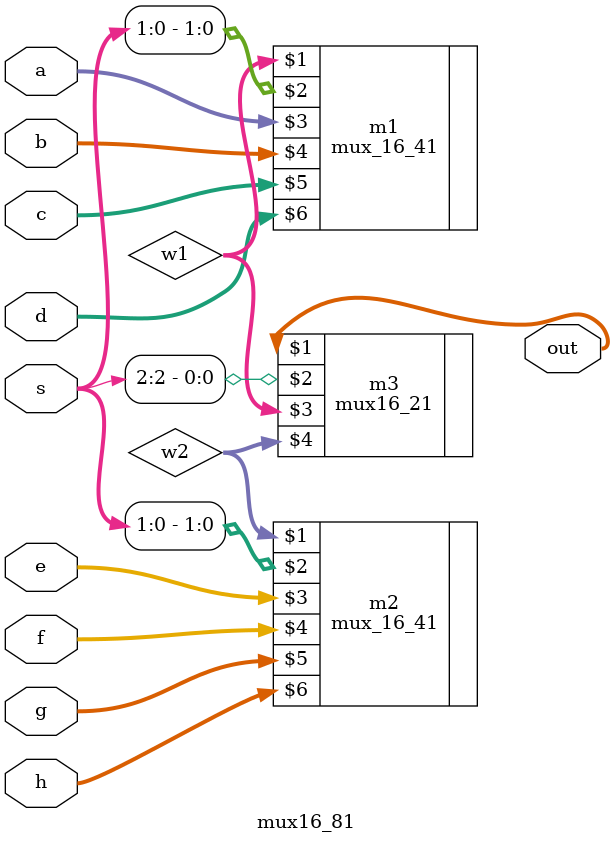
<source format=v>
`timescale 1ns / 1ps
module mux16_81(out, s, a, b, c, d, e, f, g, h);
input [15:0]a, b, c, d, e,f ,g, h;
input [2:0] s;
output [15:0] out;
wire [15:0] w1, w2;

mux_16_41 m1 (w1, s[1:0], a, b, c, d);
mux_16_41 m2 (w2, s[1:0], e, f, g, h);
mux16_21 m3 (out, s[2], w1, w2); 

endmodule

</source>
